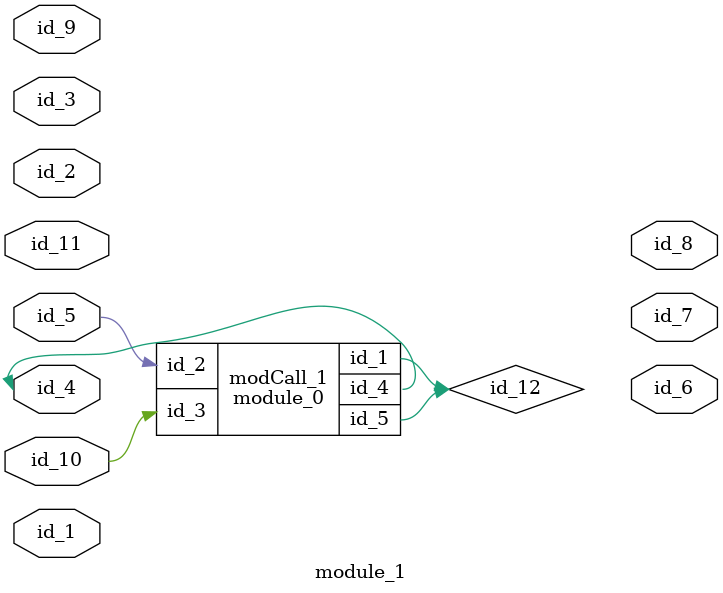
<source format=v>
module module_0 (
    id_1,
    id_2,
    id_3,
    id_4,
    id_5
);
  output wire id_5;
  inout wire id_4;
  input wire id_3;
  input wire id_2;
  inout wire id_1;
  assign id_4 = id_4;
endmodule
module module_1 (
    id_1,
    id_2,
    id_3,
    id_4,
    id_5,
    id_6,
    id_7,
    id_8,
    id_9,
    id_10,
    id_11
);
  input wire id_11;
  inout wire id_10;
  input wire id_9;
  output wire id_8;
  output wire id_7;
  output wire id_6;
  input wire id_5;
  inout wire id_4;
  input wire id_3;
  inout wire id_2;
  input wire id_1;
  wire id_12;
  wire id_13;
  module_0 modCall_1 (
      id_12,
      id_5,
      id_10,
      id_4,
      id_12
  );
endmodule

</source>
